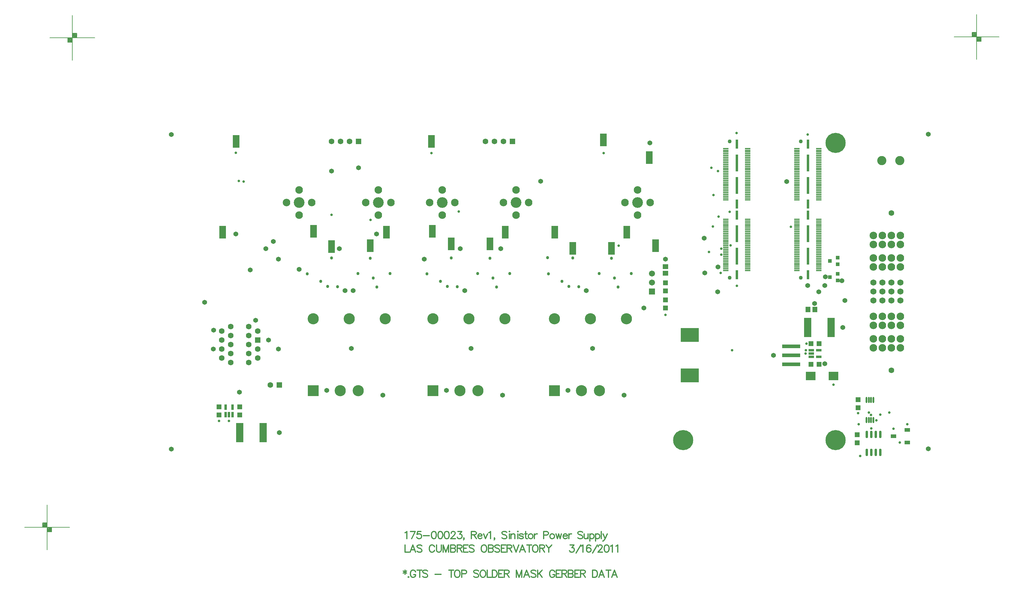
<source format=gts>
%FSLAX23Y23*%
%MOIN*%
G70*
G01*
G75*
G04 Layer_Color=8388736*
%ADD10R,0.051X0.059*%
%ADD11R,0.102X0.094*%
%ADD12R,0.070X0.135*%
%ADD13R,0.050X0.050*%
%ADD14R,0.079X0.209*%
%ADD15R,0.050X0.050*%
%ADD16R,0.022X0.057*%
%ADD17R,0.022X0.057*%
%ADD18R,0.059X0.051*%
%ADD19R,0.200X0.040*%
%ADD20R,0.200X0.150*%
%ADD21R,0.057X0.022*%
%ADD22R,0.057X0.022*%
%ADD23R,0.036X0.036*%
%ADD24O,0.014X0.067*%
%ADD25O,0.024X0.079*%
%ADD26R,0.059X0.039*%
%ADD27R,0.057X0.012*%
%ADD28R,0.025X0.185*%
%ADD29R,0.025X0.100*%
%ADD30C,0.010*%
%ADD31C,0.050*%
%ADD32C,0.007*%
%ADD33C,0.100*%
%ADD34C,0.012*%
%ADD35C,0.008*%
%ADD36C,0.012*%
%ADD37C,0.012*%
%ADD38C,0.115*%
%ADD39C,0.080*%
%ADD40R,0.120X0.120*%
%ADD41C,0.120*%
%ADD42R,0.059X0.059*%
%ADD43C,0.059*%
%ADD44C,0.050*%
%ADD45R,0.063X0.063*%
%ADD46C,0.063*%
%ADD47C,0.098*%
%ADD48C,0.065*%
%ADD49C,0.220*%
%ADD50C,0.039*%
%ADD51C,0.024*%
%ADD52C,0.030*%
%ADD53C,0.040*%
%ADD54C,0.093*%
G04:AMPARAMS|DCode=55|XSize=98mil|YSize=98mil|CornerRadius=0mil|HoleSize=0mil|Usage=FLASHONLY|Rotation=0.000|XOffset=0mil|YOffset=0mil|HoleType=Round|Shape=Relief|Width=10mil|Gap=10mil|Entries=4|*
%AMTHD55*
7,0,0,0.098,0.078,0.010,45*
%
%ADD55THD55*%
%ADD56C,0.098*%
%ADD57C,0.055*%
G04:AMPARAMS|DCode=58|XSize=95.433mil|YSize=95.433mil|CornerRadius=0mil|HoleSize=0mil|Usage=FLASHONLY|Rotation=0.000|XOffset=0mil|YOffset=0mil|HoleType=Round|Shape=Relief|Width=10mil|Gap=10mil|Entries=4|*
%AMTHD58*
7,0,0,0.095,0.075,0.010,45*
%
%ADD58THD58*%
%ADD59C,0.130*%
%ADD60C,0.059*%
%ADD61C,0.079*%
%ADD62C,0.072*%
%ADD63C,0.060*%
%ADD64C,0.170*%
%ADD65C,0.048*%
G04:AMPARAMS|DCode=66|XSize=87.559mil|YSize=87.559mil|CornerRadius=0mil|HoleSize=0mil|Usage=FLASHONLY|Rotation=0.000|XOffset=0mil|YOffset=0mil|HoleType=Round|Shape=Relief|Width=10mil|Gap=10mil|Entries=4|*
%AMTHD66*
7,0,0,0.088,0.068,0.010,45*
%
%ADD66THD66*%
%ADD67C,0.186*%
%ADD68C,0.060*%
%ADD69C,0.048*%
G04:AMPARAMS|DCode=70|XSize=70mil|YSize=70mil|CornerRadius=0mil|HoleSize=0mil|Usage=FLASHONLY|Rotation=0.000|XOffset=0mil|YOffset=0mil|HoleType=Round|Shape=Relief|Width=10mil|Gap=10mil|Entries=4|*
%AMTHD70*
7,0,0,0.070,0.050,0.010,45*
%
%ADD70THD70*%
G04:AMPARAMS|DCode=71|XSize=88mil|YSize=88mil|CornerRadius=0mil|HoleSize=0mil|Usage=FLASHONLY|Rotation=0.000|XOffset=0mil|YOffset=0mil|HoleType=Round|Shape=Relief|Width=10mil|Gap=10mil|Entries=4|*
%AMTHD71*
7,0,0,0.088,0.068,0.010,45*
%
%ADD71THD71*%
G04:AMPARAMS|DCode=72|XSize=75mil|YSize=75mil|CornerRadius=0mil|HoleSize=0mil|Usage=FLASHONLY|Rotation=0.000|XOffset=0mil|YOffset=0mil|HoleType=Round|Shape=Relief|Width=10mil|Gap=10mil|Entries=4|*
%AMTHD72*
7,0,0,0.075,0.055,0.010,45*
%
%ADD72THD72*%
%ADD73C,0.035*%
%ADD74C,0.005*%
%ADD75C,0.058*%
G04:AMPARAMS|DCode=76|XSize=138mil|YSize=138mil|CornerRadius=0mil|HoleSize=0mil|Usage=FLASHONLY|Rotation=0.000|XOffset=0mil|YOffset=0mil|HoleType=Round|Shape=Relief|Width=10mil|Gap=10mil|Entries=4|*
%AMTHD76*
7,0,0,0.138,0.118,0.010,45*
%
%ADD76THD76*%
G04:AMPARAMS|DCode=77|XSize=119.055mil|YSize=119.055mil|CornerRadius=0mil|HoleSize=0mil|Usage=FLASHONLY|Rotation=0.000|XOffset=0mil|YOffset=0mil|HoleType=Round|Shape=Relief|Width=10mil|Gap=10mil|Entries=4|*
%AMTHD77*
7,0,0,0.119,0.099,0.010,45*
%
%ADD77THD77*%
G04:AMPARAMS|DCode=78|XSize=112mil|YSize=112mil|CornerRadius=0mil|HoleSize=0mil|Usage=FLASHONLY|Rotation=0.000|XOffset=0mil|YOffset=0mil|HoleType=Round|Shape=Relief|Width=10mil|Gap=10mil|Entries=4|*
%AMTHD78*
7,0,0,0.112,0.092,0.010,45*
%
%ADD78THD78*%
G04:AMPARAMS|DCode=79|XSize=100mil|YSize=100mil|CornerRadius=0mil|HoleSize=0mil|Usage=FLASHONLY|Rotation=0.000|XOffset=0mil|YOffset=0mil|HoleType=Round|Shape=Relief|Width=10mil|Gap=10mil|Entries=4|*
%AMTHD79*
7,0,0,0.100,0.080,0.010,45*
%
%ADD79THD79*%
%ADD80R,0.094X0.102*%
%ADD81R,0.087X0.059*%
%ADD82R,0.209X0.079*%
%ADD83R,0.100X0.100*%
%ADD84R,0.086X0.060*%
%ADD85R,0.100X0.100*%
%ADD86C,0.010*%
%ADD87C,0.020*%
%ADD88C,0.004*%
%ADD89C,0.010*%
%ADD90C,0.024*%
%ADD91C,0.020*%
%ADD92C,0.008*%
%ADD93C,0.006*%
%ADD94C,0.007*%
%ADD95C,0.015*%
%ADD96R,0.286X0.155*%
%ADD97R,0.082X0.020*%
%ADD98R,0.055X0.063*%
%ADD99R,0.106X0.098*%
%ADD100R,0.074X0.139*%
%ADD101R,0.054X0.054*%
%ADD102R,0.083X0.213*%
%ADD103R,0.054X0.054*%
%ADD104R,0.026X0.061*%
%ADD105R,0.026X0.061*%
%ADD106R,0.063X0.055*%
%ADD107R,0.204X0.044*%
%ADD108R,0.204X0.154*%
%ADD109R,0.061X0.026*%
%ADD110R,0.061X0.026*%
%ADD111R,0.040X0.040*%
%ADD112O,0.018X0.071*%
%ADD113O,0.028X0.083*%
%ADD114R,0.063X0.043*%
%ADD115R,0.061X0.016*%
%ADD116R,0.029X0.189*%
%ADD117R,0.029X0.104*%
%ADD118C,0.119*%
%ADD119C,0.084*%
%ADD120R,0.124X0.124*%
%ADD121C,0.124*%
%ADD122R,0.063X0.063*%
%ADD123C,0.063*%
%ADD124C,0.054*%
%ADD125R,0.067X0.067*%
%ADD126C,0.067*%
%ADD127C,0.102*%
%ADD128C,0.069*%
%ADD129C,0.224*%
%ADD130C,0.043*%
%ADD131C,0.028*%
%ADD132C,0.034*%
D34*
X19956Y14499D02*
Y14454D01*
X19937Y14488D02*
X19975Y14465D01*
Y14488D02*
X19937Y14465D01*
X19995Y14427D02*
X19991Y14423D01*
X19995Y14419D01*
X19999Y14423D01*
X19995Y14427D01*
X20074Y14480D02*
X20070Y14488D01*
X20062Y14496D01*
X20055Y14499D01*
X20039D01*
X20032Y14496D01*
X20024Y14488D01*
X20020Y14480D01*
X20017Y14469D01*
Y14450D01*
X20020Y14439D01*
X20024Y14431D01*
X20032Y14423D01*
X20039Y14419D01*
X20055D01*
X20062Y14423D01*
X20070Y14431D01*
X20074Y14439D01*
Y14450D01*
X20055D02*
X20074D01*
X20119Y14499D02*
Y14419D01*
X20092Y14499D02*
X20145D01*
X20208Y14488D02*
X20201Y14496D01*
X20189Y14499D01*
X20174D01*
X20162Y14496D01*
X20155Y14488D01*
Y14480D01*
X20159Y14473D01*
X20162Y14469D01*
X20170Y14465D01*
X20193Y14458D01*
X20201Y14454D01*
X20204Y14450D01*
X20208Y14442D01*
Y14431D01*
X20201Y14423D01*
X20189Y14419D01*
X20174D01*
X20162Y14423D01*
X20155Y14431D01*
X20289Y14454D02*
X20358D01*
X20471Y14499D02*
Y14419D01*
X20444Y14499D02*
X20497D01*
X20530D02*
X20522Y14496D01*
X20514Y14488D01*
X20511Y14480D01*
X20507Y14469D01*
Y14450D01*
X20511Y14439D01*
X20514Y14431D01*
X20522Y14423D01*
X20530Y14419D01*
X20545D01*
X20553Y14423D01*
X20560Y14431D01*
X20564Y14439D01*
X20568Y14450D01*
Y14469D01*
X20564Y14480D01*
X20560Y14488D01*
X20553Y14496D01*
X20545Y14499D01*
X20530D01*
X20586Y14458D02*
X20621D01*
X20632Y14461D01*
X20636Y14465D01*
X20640Y14473D01*
Y14484D01*
X20636Y14492D01*
X20632Y14496D01*
X20621Y14499D01*
X20586D01*
Y14419D01*
X20774Y14488D02*
X20766Y14496D01*
X20755Y14499D01*
X20740D01*
X20728Y14496D01*
X20720Y14488D01*
Y14480D01*
X20724Y14473D01*
X20728Y14469D01*
X20736Y14465D01*
X20759Y14458D01*
X20766Y14454D01*
X20770Y14450D01*
X20774Y14442D01*
Y14431D01*
X20766Y14423D01*
X20755Y14419D01*
X20740D01*
X20728Y14423D01*
X20720Y14431D01*
X20815Y14499D02*
X20807Y14496D01*
X20799Y14488D01*
X20796Y14480D01*
X20792Y14469D01*
Y14450D01*
X20796Y14439D01*
X20799Y14431D01*
X20807Y14423D01*
X20815Y14419D01*
X20830D01*
X20837Y14423D01*
X20845Y14431D01*
X20849Y14439D01*
X20853Y14450D01*
Y14469D01*
X20849Y14480D01*
X20845Y14488D01*
X20837Y14496D01*
X20830Y14499D01*
X20815D01*
X20871D02*
Y14419D01*
X20917D01*
X20926Y14499D02*
Y14419D01*
Y14499D02*
X20952D01*
X20964Y14496D01*
X20971Y14488D01*
X20975Y14480D01*
X20979Y14469D01*
Y14450D01*
X20975Y14439D01*
X20971Y14431D01*
X20964Y14423D01*
X20952Y14419D01*
X20926D01*
X21046Y14499D02*
X20997D01*
Y14419D01*
X21046D01*
X20997Y14461D02*
X21027D01*
X21060Y14499D02*
Y14419D01*
Y14499D02*
X21094D01*
X21106Y14496D01*
X21109Y14492D01*
X21113Y14484D01*
Y14477D01*
X21109Y14469D01*
X21106Y14465D01*
X21094Y14461D01*
X21060D01*
X21086D02*
X21113Y14419D01*
X21194Y14499D02*
Y14419D01*
Y14499D02*
X21224Y14419D01*
X21255Y14499D02*
X21224Y14419D01*
X21255Y14499D02*
Y14419D01*
X21339D02*
X21308Y14499D01*
X21278Y14419D01*
X21289Y14446D02*
X21327D01*
X21411Y14488D02*
X21403Y14496D01*
X21392Y14499D01*
X21376D01*
X21365Y14496D01*
X21357Y14488D01*
Y14480D01*
X21361Y14473D01*
X21365Y14469D01*
X21373Y14465D01*
X21395Y14458D01*
X21403Y14454D01*
X21407Y14450D01*
X21411Y14442D01*
Y14431D01*
X21403Y14423D01*
X21392Y14419D01*
X21376D01*
X21365Y14423D01*
X21357Y14431D01*
X21429Y14499D02*
Y14419D01*
X21482Y14499D02*
X21429Y14446D01*
X21448Y14465D02*
X21482Y14419D01*
X21620Y14480D02*
X21616Y14488D01*
X21608Y14496D01*
X21601Y14499D01*
X21585D01*
X21578Y14496D01*
X21570Y14488D01*
X21566Y14480D01*
X21563Y14469D01*
Y14450D01*
X21566Y14439D01*
X21570Y14431D01*
X21578Y14423D01*
X21585Y14419D01*
X21601D01*
X21608Y14423D01*
X21616Y14431D01*
X21620Y14439D01*
Y14450D01*
X21601D02*
X21620D01*
X21688Y14499D02*
X21638D01*
Y14419D01*
X21688D01*
X21638Y14461D02*
X21668D01*
X21701Y14499D02*
Y14419D01*
Y14499D02*
X21735D01*
X21747Y14496D01*
X21750Y14492D01*
X21754Y14484D01*
Y14477D01*
X21750Y14469D01*
X21747Y14465D01*
X21735Y14461D01*
X21701D01*
X21727D02*
X21754Y14419D01*
X21772Y14499D02*
Y14419D01*
Y14499D02*
X21806D01*
X21818Y14496D01*
X21822Y14492D01*
X21825Y14484D01*
Y14477D01*
X21822Y14469D01*
X21818Y14465D01*
X21806Y14461D01*
X21772D02*
X21806D01*
X21818Y14458D01*
X21822Y14454D01*
X21825Y14446D01*
Y14435D01*
X21822Y14427D01*
X21818Y14423D01*
X21806Y14419D01*
X21772D01*
X21893Y14499D02*
X21843D01*
Y14419D01*
X21893D01*
X21843Y14461D02*
X21874D01*
X21906Y14499D02*
Y14419D01*
Y14499D02*
X21940D01*
X21952Y14496D01*
X21956Y14492D01*
X21959Y14484D01*
Y14477D01*
X21956Y14469D01*
X21952Y14465D01*
X21940Y14461D01*
X21906D01*
X21933D02*
X21959Y14419D01*
X22040Y14499D02*
Y14419D01*
Y14499D02*
X22067D01*
X22078Y14496D01*
X22086Y14488D01*
X22090Y14480D01*
X22094Y14469D01*
Y14450D01*
X22090Y14439D01*
X22086Y14431D01*
X22078Y14423D01*
X22067Y14419D01*
X22040D01*
X22172D02*
X22142Y14499D01*
X22111Y14419D01*
X22123Y14446D02*
X22161D01*
X22218Y14499D02*
Y14419D01*
X22191Y14499D02*
X22244D01*
X22315Y14419D02*
X22284Y14499D01*
X22254Y14419D01*
X22265Y14446D02*
X22303D01*
D35*
X15952Y15000D02*
X15962D01*
X15952Y14995D02*
Y15005D01*
Y14995D02*
X15962D01*
Y15005D01*
X15952D02*
X15962D01*
X15947Y14990D02*
Y15005D01*
Y14990D02*
X15967D01*
Y15010D01*
X15947D02*
X15967D01*
X15942Y14985D02*
Y15010D01*
Y14985D02*
X15972D01*
Y15015D01*
X15942D02*
X15972D01*
X15937Y14980D02*
Y15020D01*
Y14980D02*
X15977D01*
Y15020D01*
X15937D02*
X15977D01*
X16002Y14950D02*
X16012D01*
X16002Y14945D02*
Y14955D01*
Y14945D02*
X16012D01*
Y14955D01*
X16002D02*
X16012D01*
X15997Y14940D02*
Y14955D01*
Y14940D02*
X16017D01*
Y14960D01*
X15997D02*
X16017D01*
X15992Y14935D02*
Y14960D01*
Y14935D02*
X16022D01*
Y14965D01*
X15992D02*
X16022D01*
X15987Y14930D02*
Y14970D01*
Y14930D02*
X16027D01*
Y14970D01*
X15987D02*
X16027D01*
X15982Y14925D02*
X16032D01*
Y14975D01*
X15932Y15025D02*
X15982D01*
X15932Y14975D02*
Y15025D01*
X15982Y14725D02*
Y15225D01*
X15732Y14975D02*
X16232D01*
X16237Y20394D02*
Y20404D01*
X16232Y20394D02*
X16242D01*
Y20404D01*
X16232D02*
X16242D01*
X16232Y20394D02*
Y20404D01*
Y20389D02*
X16247D01*
Y20409D01*
X16227D02*
X16247D01*
X16227Y20389D02*
Y20409D01*
Y20384D02*
X16252D01*
Y20414D01*
X16222D02*
X16252D01*
X16222Y20384D02*
Y20414D01*
X16217Y20379D02*
X16257D01*
Y20419D01*
X16217D02*
X16257D01*
X16217Y20379D02*
Y20419D01*
X16287Y20444D02*
Y20454D01*
X16282Y20444D02*
X16292D01*
Y20454D01*
X16282D02*
X16292D01*
X16282Y20444D02*
Y20454D01*
Y20439D02*
X16297D01*
Y20459D01*
X16277D02*
X16297D01*
X16277Y20439D02*
Y20459D01*
Y20434D02*
X16302D01*
Y20464D01*
X16272D02*
X16302D01*
X16272Y20434D02*
Y20464D01*
X16267Y20429D02*
X16307D01*
Y20469D01*
X16267D02*
X16307D01*
X16267Y20429D02*
Y20469D01*
X16312Y20424D02*
Y20474D01*
X16262D02*
X16312D01*
X16212Y20374D02*
Y20424D01*
Y20374D02*
X16262D01*
X16012Y20424D02*
X16512D01*
X16262Y20174D02*
Y20674D01*
X26278Y20459D02*
X26288D01*
X26278Y20454D02*
Y20464D01*
Y20454D02*
X26288D01*
Y20464D01*
X26278D02*
X26288D01*
X26273Y20449D02*
Y20464D01*
Y20449D02*
X26293D01*
Y20469D01*
X26273D02*
X26293D01*
X26268Y20444D02*
Y20469D01*
Y20444D02*
X26298D01*
Y20474D01*
X26268D02*
X26298D01*
X26263Y20439D02*
Y20479D01*
Y20439D02*
X26303D01*
Y20479D01*
X26263D02*
X26303D01*
X26328Y20409D02*
X26338D01*
X26328Y20404D02*
Y20414D01*
Y20404D02*
X26338D01*
Y20414D01*
X26328D02*
X26338D01*
X26323Y20399D02*
Y20414D01*
Y20399D02*
X26343D01*
Y20419D01*
X26323D02*
X26343D01*
X26318Y20394D02*
Y20419D01*
Y20394D02*
X26348D01*
Y20424D01*
X26318D02*
X26348D01*
X26313Y20389D02*
Y20429D01*
Y20389D02*
X26353D01*
Y20429D01*
X26313D02*
X26353D01*
X26308Y20384D02*
X26358D01*
Y20434D01*
X26258Y20484D02*
X26308D01*
X26258Y20434D02*
Y20484D01*
X26308Y20184D02*
Y20684D01*
X26058Y20434D02*
X26558D01*
D36*
X19958Y14915D02*
X19966Y14919D01*
X19977Y14930D01*
Y14850D01*
X20070Y14930D02*
X20032Y14850D01*
X20017Y14930D02*
X20070D01*
X20134D02*
X20096D01*
X20092Y14896D01*
X20096Y14900D01*
X20107Y14903D01*
X20118D01*
X20130Y14900D01*
X20137Y14892D01*
X20141Y14881D01*
Y14873D01*
X20137Y14861D01*
X20130Y14854D01*
X20118Y14850D01*
X20107D01*
X20096Y14854D01*
X20092Y14858D01*
X20088Y14865D01*
X20159Y14884D02*
X20228D01*
X20274Y14930D02*
X20263Y14926D01*
X20255Y14915D01*
X20251Y14896D01*
Y14884D01*
X20255Y14865D01*
X20263Y14854D01*
X20274Y14850D01*
X20282D01*
X20293Y14854D01*
X20301Y14865D01*
X20305Y14884D01*
Y14896D01*
X20301Y14915D01*
X20293Y14926D01*
X20282Y14930D01*
X20274D01*
X20345D02*
X20334Y14926D01*
X20326Y14915D01*
X20323Y14896D01*
Y14884D01*
X20326Y14865D01*
X20334Y14854D01*
X20345Y14850D01*
X20353D01*
X20364Y14854D01*
X20372Y14865D01*
X20376Y14884D01*
Y14896D01*
X20372Y14915D01*
X20364Y14926D01*
X20353Y14930D01*
X20345D01*
X20417D02*
X20405Y14926D01*
X20398Y14915D01*
X20394Y14896D01*
Y14884D01*
X20398Y14865D01*
X20405Y14854D01*
X20417Y14850D01*
X20424D01*
X20436Y14854D01*
X20443Y14865D01*
X20447Y14884D01*
Y14896D01*
X20443Y14915D01*
X20436Y14926D01*
X20424Y14930D01*
X20417D01*
X20469Y14911D02*
Y14915D01*
X20473Y14922D01*
X20476Y14926D01*
X20484Y14930D01*
X20499D01*
X20507Y14926D01*
X20511Y14922D01*
X20515Y14915D01*
Y14907D01*
X20511Y14900D01*
X20503Y14888D01*
X20465Y14850D01*
X20518D01*
X20544Y14930D02*
X20586D01*
X20563Y14900D01*
X20574D01*
X20582Y14896D01*
X20586Y14892D01*
X20590Y14881D01*
Y14873D01*
X20586Y14861D01*
X20578Y14854D01*
X20567Y14850D01*
X20555D01*
X20544Y14854D01*
X20540Y14858D01*
X20536Y14865D01*
X20615Y14854D02*
X20611Y14850D01*
X20607Y14854D01*
X20611Y14858D01*
X20615Y14854D01*
Y14846D01*
X20611Y14839D01*
X20607Y14835D01*
X20695Y14930D02*
Y14850D01*
Y14930D02*
X20730D01*
X20741Y14926D01*
X20745Y14922D01*
X20749Y14915D01*
Y14907D01*
X20745Y14900D01*
X20741Y14896D01*
X20730Y14892D01*
X20695D01*
X20722D02*
X20749Y14850D01*
X20767Y14881D02*
X20812D01*
Y14888D01*
X20809Y14896D01*
X20805Y14900D01*
X20797Y14903D01*
X20786D01*
X20778Y14900D01*
X20770Y14892D01*
X20767Y14881D01*
Y14873D01*
X20770Y14861D01*
X20778Y14854D01*
X20786Y14850D01*
X20797D01*
X20805Y14854D01*
X20812Y14861D01*
X20829Y14903D02*
X20852Y14850D01*
X20875Y14903D02*
X20852Y14850D01*
X20888Y14915D02*
X20896Y14919D01*
X20907Y14930D01*
Y14850D01*
X20954Y14854D02*
X20951Y14850D01*
X20947Y14854D01*
X20951Y14858D01*
X20954Y14854D01*
Y14846D01*
X20951Y14839D01*
X20947Y14835D01*
X21088Y14919D02*
X21080Y14926D01*
X21069Y14930D01*
X21054D01*
X21042Y14926D01*
X21035Y14919D01*
Y14911D01*
X21039Y14903D01*
X21042Y14900D01*
X21050Y14896D01*
X21073Y14888D01*
X21080Y14884D01*
X21084Y14881D01*
X21088Y14873D01*
Y14861D01*
X21080Y14854D01*
X21069Y14850D01*
X21054D01*
X21042Y14854D01*
X21035Y14861D01*
X21114Y14930D02*
X21117Y14926D01*
X21121Y14930D01*
X21117Y14934D01*
X21114Y14930D01*
X21117Y14903D02*
Y14850D01*
X21135Y14903D02*
Y14850D01*
Y14888D02*
X21147Y14900D01*
X21154Y14903D01*
X21166D01*
X21173Y14900D01*
X21177Y14888D01*
Y14850D01*
X21206Y14930D02*
X21210Y14926D01*
X21213Y14930D01*
X21210Y14934D01*
X21206Y14930D01*
X21210Y14903D02*
Y14850D01*
X21269Y14892D02*
X21266Y14900D01*
X21254Y14903D01*
X21243D01*
X21231Y14900D01*
X21227Y14892D01*
X21231Y14884D01*
X21239Y14881D01*
X21258Y14877D01*
X21266Y14873D01*
X21269Y14865D01*
Y14861D01*
X21266Y14854D01*
X21254Y14850D01*
X21243D01*
X21231Y14854D01*
X21227Y14861D01*
X21298Y14930D02*
Y14865D01*
X21301Y14854D01*
X21309Y14850D01*
X21317D01*
X21286Y14903D02*
X21313D01*
X21347D02*
X21339Y14900D01*
X21332Y14892D01*
X21328Y14881D01*
Y14873D01*
X21332Y14861D01*
X21339Y14854D01*
X21347Y14850D01*
X21359D01*
X21366Y14854D01*
X21374Y14861D01*
X21378Y14873D01*
Y14881D01*
X21374Y14892D01*
X21366Y14900D01*
X21359Y14903D01*
X21347D01*
X21395D02*
Y14850D01*
Y14881D02*
X21399Y14892D01*
X21407Y14900D01*
X21414Y14903D01*
X21426D01*
X21496Y14888D02*
X21530D01*
X21541Y14892D01*
X21545Y14896D01*
X21549Y14903D01*
Y14915D01*
X21545Y14922D01*
X21541Y14926D01*
X21530Y14930D01*
X21496D01*
Y14850D01*
X21586Y14903D02*
X21578Y14900D01*
X21571Y14892D01*
X21567Y14881D01*
Y14873D01*
X21571Y14861D01*
X21578Y14854D01*
X21586Y14850D01*
X21597D01*
X21605Y14854D01*
X21613Y14861D01*
X21616Y14873D01*
Y14881D01*
X21613Y14892D01*
X21605Y14900D01*
X21597Y14903D01*
X21586D01*
X21634D02*
X21649Y14850D01*
X21664Y14903D02*
X21649Y14850D01*
X21664Y14903D02*
X21680Y14850D01*
X21695Y14903D02*
X21680Y14850D01*
X21713Y14881D02*
X21759D01*
Y14888D01*
X21755Y14896D01*
X21752Y14900D01*
X21744Y14903D01*
X21733D01*
X21725Y14900D01*
X21717Y14892D01*
X21713Y14881D01*
Y14873D01*
X21717Y14861D01*
X21725Y14854D01*
X21733Y14850D01*
X21744D01*
X21752Y14854D01*
X21759Y14861D01*
X21776Y14903D02*
Y14850D01*
Y14881D02*
X21780Y14892D01*
X21788Y14900D01*
X21795Y14903D01*
X21807D01*
X21930Y14919D02*
X21923Y14926D01*
X21911Y14930D01*
X21896D01*
X21885Y14926D01*
X21877Y14919D01*
Y14911D01*
X21881Y14903D01*
X21885Y14900D01*
X21892Y14896D01*
X21915Y14888D01*
X21923Y14884D01*
X21926Y14881D01*
X21930Y14873D01*
Y14861D01*
X21923Y14854D01*
X21911Y14850D01*
X21896D01*
X21885Y14854D01*
X21877Y14861D01*
X21948Y14903D02*
Y14865D01*
X21952Y14854D01*
X21960Y14850D01*
X21971D01*
X21979Y14854D01*
X21990Y14865D01*
Y14903D02*
Y14850D01*
X22011Y14903D02*
Y14823D01*
Y14892D02*
X22019Y14900D01*
X22026Y14903D01*
X22038D01*
X22045Y14900D01*
X22053Y14892D01*
X22057Y14881D01*
Y14873D01*
X22053Y14861D01*
X22045Y14854D01*
X22038Y14850D01*
X22026D01*
X22019Y14854D01*
X22011Y14861D01*
X22074Y14903D02*
Y14823D01*
Y14892D02*
X22081Y14900D01*
X22089Y14903D01*
X22100D01*
X22108Y14900D01*
X22116Y14892D01*
X22119Y14881D01*
Y14873D01*
X22116Y14861D01*
X22108Y14854D01*
X22100Y14850D01*
X22089D01*
X22081Y14854D01*
X22074Y14861D01*
X22137Y14930D02*
Y14850D01*
X22157Y14903D02*
X22180Y14850D01*
X22203Y14903D02*
X22180Y14850D01*
X22172Y14835D01*
X22165Y14827D01*
X22157Y14823D01*
X22153D01*
D37*
X19958Y14780D02*
Y14700D01*
X20004D01*
X20073D02*
X20043Y14780D01*
X20013Y14700D01*
X20024Y14727D02*
X20062D01*
X20145Y14769D02*
X20138Y14776D01*
X20126Y14780D01*
X20111D01*
X20100Y14776D01*
X20092Y14769D01*
Y14761D01*
X20096Y14753D01*
X20100Y14750D01*
X20107Y14746D01*
X20130Y14738D01*
X20138Y14734D01*
X20142Y14731D01*
X20145Y14723D01*
Y14711D01*
X20138Y14704D01*
X20126Y14700D01*
X20111D01*
X20100Y14704D01*
X20092Y14711D01*
X20283Y14761D02*
X20280Y14769D01*
X20272Y14776D01*
X20264Y14780D01*
X20249D01*
X20241Y14776D01*
X20234Y14769D01*
X20230Y14761D01*
X20226Y14750D01*
Y14731D01*
X20230Y14719D01*
X20234Y14711D01*
X20241Y14704D01*
X20249Y14700D01*
X20264D01*
X20272Y14704D01*
X20280Y14711D01*
X20283Y14719D01*
X20306Y14780D02*
Y14723D01*
X20310Y14711D01*
X20317Y14704D01*
X20329Y14700D01*
X20336D01*
X20348Y14704D01*
X20355Y14711D01*
X20359Y14723D01*
Y14780D01*
X20381D02*
Y14700D01*
Y14780D02*
X20412Y14700D01*
X20442Y14780D02*
X20412Y14700D01*
X20442Y14780D02*
Y14700D01*
X20465Y14780D02*
Y14700D01*
Y14780D02*
X20499D01*
X20511Y14776D01*
X20515Y14772D01*
X20518Y14765D01*
Y14757D01*
X20515Y14750D01*
X20511Y14746D01*
X20499Y14742D01*
X20465D02*
X20499D01*
X20511Y14738D01*
X20515Y14734D01*
X20518Y14727D01*
Y14715D01*
X20515Y14708D01*
X20511Y14704D01*
X20499Y14700D01*
X20465D01*
X20536Y14780D02*
Y14700D01*
Y14780D02*
X20570D01*
X20582Y14776D01*
X20586Y14772D01*
X20590Y14765D01*
Y14757D01*
X20586Y14750D01*
X20582Y14746D01*
X20570Y14742D01*
X20536D01*
X20563D02*
X20590Y14700D01*
X20657Y14780D02*
X20607D01*
Y14700D01*
X20657D01*
X20607Y14742D02*
X20638D01*
X20724Y14769D02*
X20716Y14776D01*
X20705Y14780D01*
X20689D01*
X20678Y14776D01*
X20670Y14769D01*
Y14761D01*
X20674Y14753D01*
X20678Y14750D01*
X20686Y14746D01*
X20708Y14738D01*
X20716Y14734D01*
X20720Y14731D01*
X20724Y14723D01*
Y14711D01*
X20716Y14704D01*
X20705Y14700D01*
X20689D01*
X20678Y14704D01*
X20670Y14711D01*
X20827Y14780D02*
X20820Y14776D01*
X20812Y14769D01*
X20808Y14761D01*
X20804Y14750D01*
Y14731D01*
X20808Y14719D01*
X20812Y14711D01*
X20820Y14704D01*
X20827Y14700D01*
X20842D01*
X20850Y14704D01*
X20858Y14711D01*
X20861Y14719D01*
X20865Y14731D01*
Y14750D01*
X20861Y14761D01*
X20858Y14769D01*
X20850Y14776D01*
X20842Y14780D01*
X20827D01*
X20884D02*
Y14700D01*
Y14780D02*
X20918D01*
X20930Y14776D01*
X20933Y14772D01*
X20937Y14765D01*
Y14757D01*
X20933Y14750D01*
X20930Y14746D01*
X20918Y14742D01*
X20884D02*
X20918D01*
X20930Y14738D01*
X20933Y14734D01*
X20937Y14727D01*
Y14715D01*
X20933Y14708D01*
X20930Y14704D01*
X20918Y14700D01*
X20884D01*
X21008Y14769D02*
X21001Y14776D01*
X20989Y14780D01*
X20974D01*
X20963Y14776D01*
X20955Y14769D01*
Y14761D01*
X20959Y14753D01*
X20963Y14750D01*
X20970Y14746D01*
X20993Y14738D01*
X21001Y14734D01*
X21005Y14731D01*
X21008Y14723D01*
Y14711D01*
X21001Y14704D01*
X20989Y14700D01*
X20974D01*
X20963Y14704D01*
X20955Y14711D01*
X21076Y14780D02*
X21026D01*
Y14700D01*
X21076D01*
X21026Y14742D02*
X21057D01*
X21089Y14780D02*
Y14700D01*
Y14780D02*
X21124D01*
X21135Y14776D01*
X21139Y14772D01*
X21143Y14765D01*
Y14757D01*
X21139Y14750D01*
X21135Y14746D01*
X21124Y14742D01*
X21089D01*
X21116D02*
X21143Y14700D01*
X21160Y14780D02*
X21191Y14700D01*
X21221Y14780D02*
X21191Y14700D01*
X21293D02*
X21262Y14780D01*
X21232Y14700D01*
X21243Y14727D02*
X21281D01*
X21338Y14780D02*
Y14700D01*
X21311Y14780D02*
X21365D01*
X21397D02*
X21389Y14776D01*
X21382Y14769D01*
X21378Y14761D01*
X21374Y14750D01*
Y14731D01*
X21378Y14719D01*
X21382Y14711D01*
X21389Y14704D01*
X21397Y14700D01*
X21412D01*
X21420Y14704D01*
X21427Y14711D01*
X21431Y14719D01*
X21435Y14731D01*
Y14750D01*
X21431Y14761D01*
X21427Y14769D01*
X21420Y14776D01*
X21412Y14780D01*
X21397D01*
X21454D02*
Y14700D01*
Y14780D02*
X21488D01*
X21499Y14776D01*
X21503Y14772D01*
X21507Y14765D01*
Y14757D01*
X21503Y14750D01*
X21499Y14746D01*
X21488Y14742D01*
X21454D01*
X21480D02*
X21507Y14700D01*
X21525Y14780D02*
X21555Y14742D01*
Y14700D01*
X21586Y14780D02*
X21555Y14742D01*
X21792Y14780D02*
X21834D01*
X21811Y14750D01*
X21823D01*
X21830Y14746D01*
X21834Y14742D01*
X21838Y14731D01*
Y14723D01*
X21834Y14711D01*
X21827Y14704D01*
X21815Y14700D01*
X21804D01*
X21792Y14704D01*
X21789Y14708D01*
X21785Y14715D01*
X21856Y14689D02*
X21909Y14780D01*
X21915Y14765D02*
X21922Y14769D01*
X21934Y14780D01*
Y14700D01*
X22019Y14769D02*
X22015Y14776D01*
X22004Y14780D01*
X21996D01*
X21985Y14776D01*
X21977Y14765D01*
X21973Y14746D01*
Y14727D01*
X21977Y14711D01*
X21985Y14704D01*
X21996Y14700D01*
X22000D01*
X22011Y14704D01*
X22019Y14711D01*
X22023Y14723D01*
Y14727D01*
X22019Y14738D01*
X22011Y14746D01*
X22000Y14750D01*
X21996D01*
X21985Y14746D01*
X21977Y14738D01*
X21973Y14727D01*
X22040Y14689D02*
X22094Y14780D01*
X22103Y14761D02*
Y14765D01*
X22107Y14772D01*
X22110Y14776D01*
X22118Y14780D01*
X22133D01*
X22141Y14776D01*
X22145Y14772D01*
X22148Y14765D01*
Y14757D01*
X22145Y14750D01*
X22137Y14738D01*
X22099Y14700D01*
X22152D01*
X22193Y14780D02*
X22182Y14776D01*
X22174Y14765D01*
X22170Y14746D01*
Y14734D01*
X22174Y14715D01*
X22182Y14704D01*
X22193Y14700D01*
X22201D01*
X22212Y14704D01*
X22220Y14715D01*
X22223Y14734D01*
Y14746D01*
X22220Y14765D01*
X22212Y14776D01*
X22201Y14780D01*
X22193D01*
X22241Y14765D02*
X22249Y14769D01*
X22260Y14780D01*
Y14700D01*
X22300Y14765D02*
X22308Y14769D01*
X22319Y14780D01*
Y14700D01*
D98*
X24434Y17400D02*
D03*
X24509D02*
D03*
D99*
X24717Y16660D02*
D03*
X24465D02*
D03*
D100*
X17931Y18260D02*
D03*
X22741Y18110D02*
D03*
X18081Y19270D02*
D03*
X20251D02*
D03*
X22161Y19285D02*
D03*
X19751Y18260D02*
D03*
X19571Y18110D02*
D03*
X18941Y18270D02*
D03*
X19141Y18100D02*
D03*
X20901Y18130D02*
D03*
X21071Y18260D02*
D03*
X20261Y18270D02*
D03*
X20471Y18130D02*
D03*
X22251Y18080D02*
D03*
X22421Y18260D02*
D03*
X21621D02*
D03*
X21821Y18080D02*
D03*
X22671Y19090D02*
D03*
D101*
X24556Y16790D02*
D03*
X24466D02*
D03*
Y17020D02*
D03*
X24556D02*
D03*
D102*
X24432Y17200D02*
D03*
X24691D02*
D03*
X18122Y16030D02*
D03*
X18381D02*
D03*
D103*
X18121Y16315D02*
D03*
Y16225D02*
D03*
X22851Y17505D02*
D03*
Y17415D02*
D03*
X17891Y16225D02*
D03*
Y16315D02*
D03*
X22851Y17695D02*
D03*
Y17605D02*
D03*
X24991Y16395D02*
D03*
Y16305D02*
D03*
X24981Y16005D02*
D03*
Y15915D02*
D03*
D104*
X17964Y16228D02*
D03*
D105*
X18001Y16228D02*
D03*
X18039D02*
D03*
Y16312D02*
D03*
X17964D02*
D03*
D106*
X22851Y17803D02*
D03*
Y17877D02*
D03*
D107*
X24246Y16990D02*
D03*
Y16890D02*
D03*
Y16790D02*
D03*
D108*
X23121Y16665D02*
D03*
Y17115D02*
D03*
D109*
X24469Y16947D02*
D03*
D110*
X24469Y16910D02*
D03*
Y16873D02*
D03*
X24554D02*
D03*
Y16947D02*
D03*
D111*
X24764Y17903D02*
D03*
X24678Y17940D02*
D03*
X24764Y17977D02*
D03*
Y17723D02*
D03*
X24678Y17760D02*
D03*
X24764Y17797D02*
D03*
D112*
X25083Y16168D02*
D03*
X25109D02*
D03*
X25134D02*
D03*
X25160D02*
D03*
X25083Y16392D02*
D03*
X25109D02*
D03*
X25134D02*
D03*
X25160D02*
D03*
D113*
X25086Y15811D02*
D03*
X25136D02*
D03*
X25186D02*
D03*
X25236D02*
D03*
X25086Y16008D02*
D03*
X25136D02*
D03*
X25186D02*
D03*
X25236D02*
D03*
D114*
X25538Y15921D02*
D03*
X25385Y15990D02*
D03*
X25538Y16059D02*
D03*
D115*
X24555Y19191D02*
D03*
Y19171D02*
D03*
Y19152D02*
D03*
Y19132D02*
D03*
Y19112D02*
D03*
Y19093D02*
D03*
Y19073D02*
D03*
Y19053D02*
D03*
Y19033D02*
D03*
Y19014D02*
D03*
Y18994D02*
D03*
Y18974D02*
D03*
Y18955D02*
D03*
Y18935D02*
D03*
Y18915D02*
D03*
Y18896D02*
D03*
Y18876D02*
D03*
Y18856D02*
D03*
Y18837D02*
D03*
Y18817D02*
D03*
Y18797D02*
D03*
Y18778D02*
D03*
Y18758D02*
D03*
Y18738D02*
D03*
Y18719D02*
D03*
Y18699D02*
D03*
Y18679D02*
D03*
Y18659D02*
D03*
Y18640D02*
D03*
Y18620D02*
D03*
Y18404D02*
D03*
Y18384D02*
D03*
Y18364D02*
D03*
Y18344D02*
D03*
Y18325D02*
D03*
Y18305D02*
D03*
Y18285D02*
D03*
Y18266D02*
D03*
Y18246D02*
D03*
Y18226D02*
D03*
Y18207D02*
D03*
Y18187D02*
D03*
Y18167D02*
D03*
Y18148D02*
D03*
Y18128D02*
D03*
Y18108D02*
D03*
Y18089D02*
D03*
Y18069D02*
D03*
Y18049D02*
D03*
Y18030D02*
D03*
Y18010D02*
D03*
Y17990D02*
D03*
Y17970D02*
D03*
Y17951D02*
D03*
Y17931D02*
D03*
Y17911D02*
D03*
Y17892D02*
D03*
Y17872D02*
D03*
Y17852D02*
D03*
Y17833D02*
D03*
X24312Y19191D02*
D03*
Y19171D02*
D03*
Y19152D02*
D03*
Y19132D02*
D03*
Y19112D02*
D03*
Y19093D02*
D03*
Y19073D02*
D03*
Y19053D02*
D03*
Y19033D02*
D03*
Y19014D02*
D03*
Y18994D02*
D03*
Y18974D02*
D03*
Y18955D02*
D03*
Y18935D02*
D03*
Y18915D02*
D03*
Y18896D02*
D03*
Y18876D02*
D03*
Y18856D02*
D03*
Y18837D02*
D03*
Y18817D02*
D03*
Y18797D02*
D03*
Y18778D02*
D03*
Y18758D02*
D03*
Y18738D02*
D03*
Y18719D02*
D03*
Y18699D02*
D03*
Y18679D02*
D03*
Y18659D02*
D03*
Y18640D02*
D03*
Y18620D02*
D03*
Y18404D02*
D03*
Y18384D02*
D03*
Y18364D02*
D03*
Y18344D02*
D03*
Y18325D02*
D03*
Y18305D02*
D03*
Y18285D02*
D03*
Y18266D02*
D03*
Y18246D02*
D03*
Y18226D02*
D03*
Y18207D02*
D03*
Y18187D02*
D03*
Y18167D02*
D03*
Y18148D02*
D03*
Y18128D02*
D03*
Y18108D02*
D03*
Y18089D02*
D03*
Y18069D02*
D03*
Y18049D02*
D03*
Y18030D02*
D03*
Y18010D02*
D03*
Y17990D02*
D03*
Y17970D02*
D03*
Y17951D02*
D03*
Y17931D02*
D03*
Y17911D02*
D03*
Y17892D02*
D03*
Y17872D02*
D03*
Y17852D02*
D03*
Y17833D02*
D03*
X23765Y19191D02*
D03*
Y19171D02*
D03*
Y19152D02*
D03*
Y19132D02*
D03*
Y19112D02*
D03*
Y19093D02*
D03*
Y19073D02*
D03*
Y19053D02*
D03*
Y19033D02*
D03*
Y19014D02*
D03*
Y18994D02*
D03*
Y18974D02*
D03*
Y18955D02*
D03*
Y18935D02*
D03*
Y18915D02*
D03*
Y18896D02*
D03*
Y18876D02*
D03*
Y18856D02*
D03*
Y18837D02*
D03*
Y18817D02*
D03*
Y18797D02*
D03*
Y18778D02*
D03*
Y18758D02*
D03*
Y18738D02*
D03*
Y18719D02*
D03*
Y18699D02*
D03*
Y18679D02*
D03*
Y18659D02*
D03*
Y18640D02*
D03*
Y18620D02*
D03*
Y18404D02*
D03*
Y18384D02*
D03*
Y18364D02*
D03*
Y18344D02*
D03*
Y18325D02*
D03*
Y18305D02*
D03*
Y18285D02*
D03*
Y18266D02*
D03*
Y18246D02*
D03*
Y18226D02*
D03*
Y18207D02*
D03*
Y18187D02*
D03*
Y18167D02*
D03*
Y18148D02*
D03*
Y18128D02*
D03*
Y18108D02*
D03*
Y18089D02*
D03*
Y18069D02*
D03*
Y18049D02*
D03*
Y18030D02*
D03*
Y18010D02*
D03*
Y17990D02*
D03*
Y17970D02*
D03*
Y17951D02*
D03*
Y17931D02*
D03*
Y17911D02*
D03*
Y17892D02*
D03*
Y17872D02*
D03*
Y17852D02*
D03*
Y17833D02*
D03*
X23522Y19191D02*
D03*
Y19171D02*
D03*
Y19152D02*
D03*
Y19132D02*
D03*
Y19112D02*
D03*
Y19093D02*
D03*
Y19073D02*
D03*
Y19053D02*
D03*
Y19033D02*
D03*
Y19014D02*
D03*
Y18994D02*
D03*
Y18974D02*
D03*
Y18955D02*
D03*
Y18935D02*
D03*
Y18915D02*
D03*
Y18896D02*
D03*
Y18876D02*
D03*
Y18856D02*
D03*
Y18837D02*
D03*
Y18817D02*
D03*
Y18797D02*
D03*
Y18778D02*
D03*
Y18758D02*
D03*
Y18738D02*
D03*
Y18719D02*
D03*
Y18699D02*
D03*
Y18679D02*
D03*
Y18659D02*
D03*
Y18640D02*
D03*
Y18620D02*
D03*
Y18404D02*
D03*
Y18384D02*
D03*
Y18364D02*
D03*
Y18344D02*
D03*
Y18325D02*
D03*
Y18305D02*
D03*
Y18285D02*
D03*
Y18266D02*
D03*
Y18246D02*
D03*
Y18226D02*
D03*
Y18207D02*
D03*
Y18187D02*
D03*
Y18167D02*
D03*
Y18148D02*
D03*
Y18128D02*
D03*
Y18108D02*
D03*
Y18089D02*
D03*
Y18069D02*
D03*
Y18049D02*
D03*
Y18030D02*
D03*
Y18010D02*
D03*
Y17990D02*
D03*
Y17970D02*
D03*
Y17951D02*
D03*
Y17931D02*
D03*
Y17911D02*
D03*
Y17892D02*
D03*
Y17872D02*
D03*
Y17852D02*
D03*
Y17833D02*
D03*
D116*
X24434Y18781D02*
D03*
Y19031D02*
D03*
Y18243D02*
D03*
Y17993D02*
D03*
X23644Y18781D02*
D03*
Y19031D02*
D03*
Y18243D02*
D03*
Y17993D02*
D03*
D117*
X24434Y19238D02*
D03*
Y17786D02*
D03*
Y18451D02*
D03*
Y18573D02*
D03*
X23644Y19238D02*
D03*
Y17786D02*
D03*
Y18451D02*
D03*
Y18573D02*
D03*
D118*
X18781Y18590D02*
D03*
X19661D02*
D03*
X21191D02*
D03*
X20371D02*
D03*
X22541D02*
D03*
D119*
X18781Y18731D02*
D03*
Y18449D02*
D03*
X18640Y18590D02*
D03*
X18922D02*
D03*
X19661Y18731D02*
D03*
Y18449D02*
D03*
X19520Y18590D02*
D03*
X19802D02*
D03*
X21191Y18731D02*
D03*
Y18449D02*
D03*
X21050Y18590D02*
D03*
X21332D02*
D03*
X20371Y18731D02*
D03*
Y18449D02*
D03*
X20230Y18590D02*
D03*
X20512D02*
D03*
X22541Y18731D02*
D03*
Y18449D02*
D03*
X22400Y18590D02*
D03*
X22682D02*
D03*
X25462Y17323D02*
D03*
X25362D02*
D03*
X25262D02*
D03*
X25162D02*
D03*
Y17223D02*
D03*
X25262D02*
D03*
X25362D02*
D03*
X25462D02*
D03*
X25162Y17073D02*
D03*
X25262D02*
D03*
X25362D02*
D03*
X25462D02*
D03*
X25162Y16973D02*
D03*
X25262D02*
D03*
X25362D02*
D03*
X25462D02*
D03*
Y17873D02*
D03*
X25362D02*
D03*
X25262D02*
D03*
X25162D02*
D03*
X25462Y17973D02*
D03*
X25362D02*
D03*
X25262D02*
D03*
X25162D02*
D03*
X25462Y18123D02*
D03*
X25362D02*
D03*
X25262D02*
D03*
X25162D02*
D03*
Y18223D02*
D03*
X25262D02*
D03*
X25362D02*
D03*
X25462D02*
D03*
D120*
X21616Y16495D02*
D03*
X20266D02*
D03*
X18936D02*
D03*
D121*
X21916D02*
D03*
X22116D02*
D03*
X22416Y17295D02*
D03*
X22016D02*
D03*
X21616D02*
D03*
X20266D02*
D03*
X20666D02*
D03*
X21066D02*
D03*
X20766Y16495D02*
D03*
X20566D02*
D03*
X19236D02*
D03*
X19436D02*
D03*
X19736Y17295D02*
D03*
X19336D02*
D03*
X18936D02*
D03*
D122*
X18561Y16560D02*
D03*
X21151Y19270D02*
D03*
X19441D02*
D03*
X18321Y17060D02*
D03*
D123*
X18461Y16560D02*
D03*
X20851Y19270D02*
D03*
X20951D02*
D03*
X21051D02*
D03*
X19141D02*
D03*
X19241D02*
D03*
X19341D02*
D03*
X25362Y18473D02*
D03*
Y16723D02*
D03*
X18221Y16910D02*
D03*
X18021D02*
D03*
Y17010D02*
D03*
Y17110D02*
D03*
X18221D02*
D03*
Y17010D02*
D03*
X18321Y16960D02*
D03*
Y16860D02*
D03*
X18221Y16810D02*
D03*
X18021D02*
D03*
X17921Y16860D02*
D03*
Y16960D02*
D03*
Y17060D02*
D03*
Y17160D02*
D03*
X18021Y17210D02*
D03*
X18221D02*
D03*
X18321Y17160D02*
D03*
D124*
X17361Y19347D02*
D03*
Y15847D02*
D03*
X25772Y15849D02*
D03*
Y19349D02*
D03*
X19140Y18939D02*
D03*
X19441Y18976D02*
D03*
X21464Y18825D02*
D03*
X24196Y18823D02*
D03*
X17832Y17168D02*
D03*
X18494Y18155D02*
D03*
X23281Y18194D02*
D03*
X23287Y17806D02*
D03*
X24627Y17763D02*
D03*
X24810Y17721D02*
D03*
X24843Y17499D02*
D03*
X23432Y17597D02*
D03*
X24555Y17595D02*
D03*
X23433Y17872D02*
D03*
X20571Y18075D02*
D03*
X19226D02*
D03*
X24506Y17465D02*
D03*
X24621Y16795D02*
D03*
Y17665D02*
D03*
X24431D02*
D03*
X24821Y17200D02*
D03*
X24051Y16890D02*
D03*
X18561Y16030D02*
D03*
X18116Y16480D02*
D03*
X18076Y18240D02*
D03*
X19641D02*
D03*
X17826Y16960D02*
D03*
X17731Y17480D02*
D03*
X22611Y17415D02*
D03*
X18551Y16960D02*
D03*
Y17960D02*
D03*
X20171D02*
D03*
X18441Y17060D02*
D03*
X18411Y18075D02*
D03*
X21021D02*
D03*
X18296Y17280D02*
D03*
X18236Y17840D02*
D03*
X18781Y17845D02*
D03*
X22851Y17960D02*
D03*
X19086Y16500D02*
D03*
X19711Y16445D02*
D03*
X19361Y16965D02*
D03*
X19291Y17610D02*
D03*
X19381D02*
D03*
X21041Y16445D02*
D03*
X20621Y17610D02*
D03*
X20691Y16965D02*
D03*
X20416Y16500D02*
D03*
X22391Y16445D02*
D03*
X21971Y17610D02*
D03*
X22041Y16965D02*
D03*
X21766Y16500D02*
D03*
X22676Y19254D02*
D03*
D125*
X22701Y17600D02*
D03*
D126*
Y17700D02*
D03*
Y17800D02*
D03*
D127*
X25255Y19055D02*
D03*
X25455D02*
D03*
D128*
X25162Y17698D02*
D03*
X25262D02*
D03*
X25362D02*
D03*
X25462D02*
D03*
X25162Y17598D02*
D03*
X25262D02*
D03*
X25362D02*
D03*
X25462D02*
D03*
X25162Y17498D02*
D03*
X25262D02*
D03*
X25362D02*
D03*
X25462D02*
D03*
D129*
X24741Y19252D02*
D03*
Y15945D02*
D03*
X23048D02*
D03*
D130*
X24353Y19269D02*
D03*
Y17754D02*
D03*
X23563Y19269D02*
D03*
Y17754D02*
D03*
D131*
X18111Y18830D02*
D03*
X23359Y18976D02*
D03*
X23433Y18939D02*
D03*
X18164Y18824D02*
D03*
X23385Y18673D02*
D03*
X19141Y18453D02*
D03*
X19575Y18396D02*
D03*
X23440Y18434D02*
D03*
X20553Y18488D02*
D03*
X23563Y18486D02*
D03*
X23574Y18113D02*
D03*
X22332Y18108D02*
D03*
X23471Y18076D02*
D03*
Y18008D02*
D03*
X23335Y18040D02*
D03*
X23377Y18323D02*
D03*
X23464Y17806D02*
D03*
X24409Y16945D02*
D03*
X23590D02*
D03*
X24243Y18321D02*
D03*
X23639Y19363D02*
D03*
X23643Y17663D02*
D03*
X24432Y19346D02*
D03*
X25014Y15770D02*
D03*
X25338Y16254D02*
D03*
X24992Y16246D02*
D03*
X24718Y16564D02*
D03*
X24998Y16124D02*
D03*
X25537Y16122D02*
D03*
X25454Y15920D02*
D03*
X25138Y16075D02*
D03*
X25384Y16074D02*
D03*
X25236Y16228D02*
D03*
X25194Y16167D02*
D03*
X25134Y16227D02*
D03*
X25109Y16254D02*
D03*
X24416Y17020D02*
D03*
X24406Y16910D02*
D03*
X18001Y16160D02*
D03*
X17891D02*
D03*
X22851Y17340D02*
D03*
X18078Y19143D02*
D03*
X20251Y19141D02*
D03*
X22165Y19140D02*
D03*
D132*
X21541Y17975D02*
D03*
X19206Y17652D02*
D03*
X19097Y17656D02*
D03*
X19644Y17648D02*
D03*
X19790Y17799D02*
D03*
X19022Y17713D02*
D03*
X18871Y17797D02*
D03*
X19141Y17973D02*
D03*
X19569Y17969D02*
D03*
X19605Y17748D02*
D03*
X19435Y17801D02*
D03*
X20471Y17973D02*
D03*
X20427Y17656D02*
D03*
X20201Y17797D02*
D03*
X20352Y17713D02*
D03*
X20899Y17969D02*
D03*
X20935Y17748D02*
D03*
X20974Y17648D02*
D03*
X21120Y17799D02*
D03*
X20536Y17652D02*
D03*
X20765Y17801D02*
D03*
X21821Y17973D02*
D03*
X21777Y17656D02*
D03*
X21551Y17797D02*
D03*
X21702Y17713D02*
D03*
X22249Y17969D02*
D03*
X22285Y17748D02*
D03*
X22324Y17648D02*
D03*
X22470Y17799D02*
D03*
X21886Y17652D02*
D03*
X22115Y17801D02*
D03*
M02*

</source>
